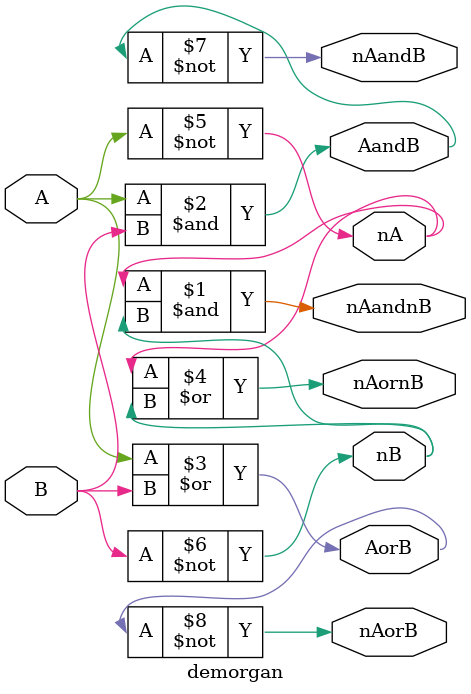
<source format=v>
module demorgan
(
  input A,    // Single bit inputs
  input B,
  output nA,   // Output intermediate complemented inputs
  output nB,
  output AorB,    // Output intermediate and/or
  output AandB,
  output nAandnB,    // Single bit outputs, (~A)*(~B)
  output nAandB,   // ~(A*B)
  output nAornB,    // (~A + ~B)
  output nAorB   // ~(A + B)
);

  wire nA;    // Wires -> intermediate outputs
  wire nB;
  wire AandB;
  wire AorB;

  not Ainv(nA, A);    // Inverters -> take signal and produce complement of the signal
  not Binv(nB, B);
  not AandBinv(nAandB, AandB);
  not AorBinv(nAorB, AorB);

  and andgatenAnB(nAandnB, nA, nB);   // AND gates
  and andgateAB(AandB, A, B);

  or orgateAB(AorB, A, B);    // OR gates
  or orgatenAnB(nAornB, nA, nB);

endmodule

</source>
